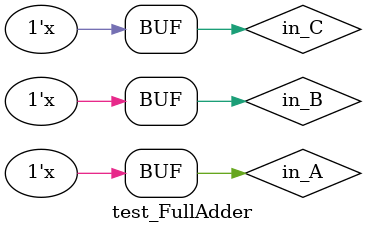
<source format=v>
`timescale 1 us/ 1 ns
module test_FullAdder();
/*
  test_FullAdder.v
    Test bench for FullAdder.v

    Author：Yuki Fukuda
    Date：2020/12/02
    Licence：MIT License

    // Signal definition
    in_A, in_B, in_C: 1 bit number for input to A, B and C.
    out_out   : 1 bit number for output out.
    out_cy    : 1 bit number for output cy.
*/

/* Signal definition */
// for input
reg in_A = 1'b0;
reg in_B = 1'b0;
reg in_C = 1'b0;

// for output
wire out_out;
wire out_cy;

/* Instantiation */
FullAdder FullAdder(.A(in_A), .B(in_B), .C(in_C), .out(out_out), .cy(out_cy));

/* RTL */
always begin
    #1 in_A <= in_A + 1'b1;
end 

always begin
    #2 in_B <= in_B + 1'b1;
end

always begin
    #4 in_C <= in_C + 1'b1;
end
endmodule
</source>
